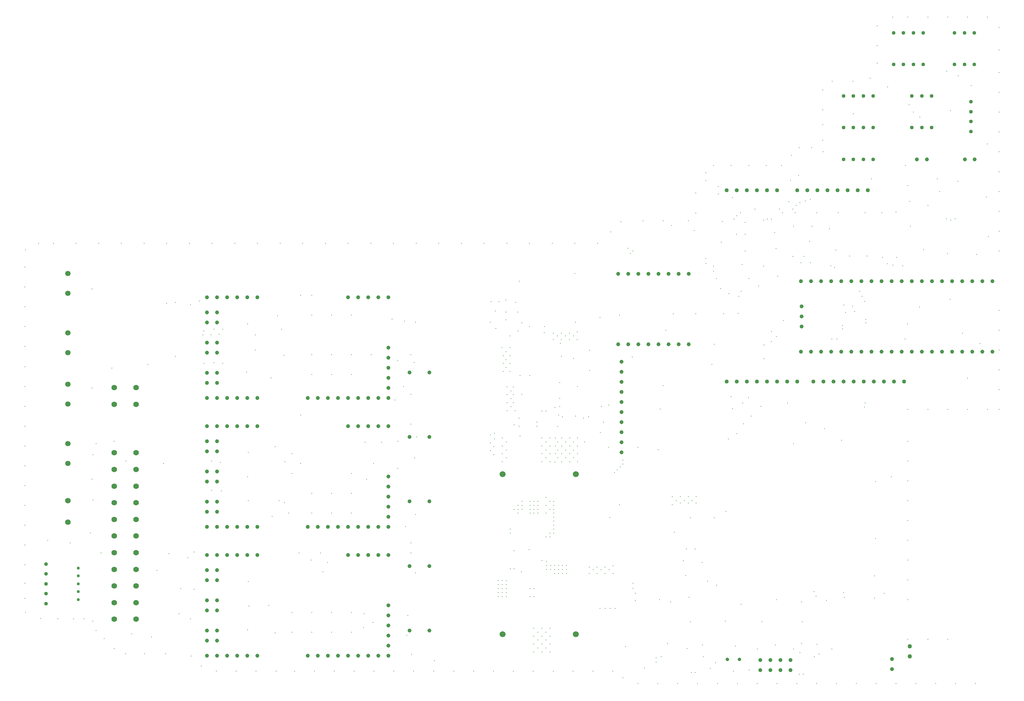
<source format=gbr>
%TF.GenerationSoftware,KiCad,Pcbnew,8.0.3+1*%
%TF.CreationDate,2024-07-23T19:13:49+00:00*%
%TF.ProjectId,OpenMowerMainboard,4f70656e-4d6f-4776-9572-4d61696e626f,rev?*%
%TF.SameCoordinates,Original*%
%TF.FileFunction,Plated,1,2,PTH,Drill*%
%TF.FilePolarity,Positive*%
%FSLAX46Y46*%
G04 Gerber Fmt 4.6, Leading zero omitted, Abs format (unit mm)*
G04 Created by KiCad (PCBNEW 8.0.3+1) date 2024-07-23 19:13:49*
%MOMM*%
%LPD*%
G01*
G04 APERTURE LIST*
%TA.AperFunction,ViaDrill*%
%ADD10C,0.300000*%
%TD*%
%TA.AperFunction,ComponentDrill*%
%ADD11C,0.750000*%
%TD*%
%TA.AperFunction,ComponentDrill*%
%ADD12C,0.900000*%
%TD*%
%TA.AperFunction,ComponentDrill*%
%ADD13C,0.950000*%
%TD*%
%TA.AperFunction,ComponentDrill*%
%ADD14C,1.000000*%
%TD*%
%TA.AperFunction,ComponentDrill*%
%ADD15C,1.016000*%
%TD*%
%TA.AperFunction,ComponentDrill*%
%ADD16C,1.100023*%
%TD*%
%TA.AperFunction,ComponentDrill*%
%ADD17C,1.350000*%
%TD*%
%TA.AperFunction,ComponentDrill*%
%ADD18C,1.400000*%
%TD*%
%TA.AperFunction,ComponentDrill*%
%ADD19C,1.500000*%
%TD*%
G04 APERTURE END LIST*
D10*
X55075000Y-63442090D03*
X55075000Y-68442090D03*
X55075000Y-73442090D03*
X55075000Y-78442090D03*
X55075000Y-83442090D03*
X55075000Y-88613000D03*
X55075000Y-93613000D03*
X55075000Y-98613000D03*
X55075000Y-103613000D03*
X55075000Y-108613000D03*
X55075000Y-113613000D03*
X55075000Y-118613000D03*
X55075000Y-123613000D03*
X55075000Y-128613000D03*
X55075000Y-133613000D03*
X55075000Y-138613000D03*
X55075000Y-143223000D03*
X55075000Y-147033000D03*
X55202000Y-59149000D03*
X55202000Y-150589000D03*
X58546000Y-57498000D03*
X59045000Y-152113000D03*
X60790000Y-132428000D03*
X62220000Y-57498000D03*
X63346000Y-152183000D03*
X66505000Y-133063000D03*
X67346000Y-152183000D03*
X67935000Y-57498000D03*
X69946000Y-152183000D03*
X71585000Y-130523000D03*
X72000000Y-69000000D03*
X72000000Y-94000000D03*
X72000000Y-117000000D03*
X72146000Y-152783000D03*
X72220000Y-110838000D03*
X72220000Y-122268000D03*
X72982000Y-155161000D03*
X73000000Y-108000000D03*
X73650000Y-57498000D03*
X74256000Y-135583000D03*
X75014000Y-157193000D03*
X77000000Y-89000000D03*
X77546000Y-107383000D03*
X77554000Y-159733000D03*
X79365000Y-57498000D03*
X80475000Y-161003000D03*
X80546000Y-112383000D03*
X81946000Y-155983000D03*
X85080000Y-57498000D03*
X85146000Y-160983000D03*
X86000000Y-88000000D03*
X86946000Y-156783000D03*
X88346000Y-139983000D03*
X90000000Y-113000000D03*
X90546000Y-160983000D03*
X90746000Y-72582500D03*
X90795000Y-57498000D03*
X91346000Y-135783000D03*
X92946000Y-72383000D03*
X93000000Y-86000000D03*
X93946000Y-150983000D03*
X94346000Y-144583000D03*
X96146000Y-136783000D03*
X96510000Y-57498000D03*
X96746000Y-72983000D03*
X96746000Y-152183000D03*
X96985000Y-161638000D03*
X97746000Y-135383000D03*
X97746000Y-144783000D03*
X99000000Y-72000000D03*
X99525000Y-164178000D03*
X99946000Y-80583000D03*
X100146000Y-79583000D03*
X100159861Y-87796861D03*
X101946000Y-80583000D03*
X102146000Y-112383000D03*
X102146000Y-119783000D03*
X102225000Y-57498000D03*
X102746000Y-79183000D03*
X102746000Y-87583000D03*
X103335000Y-165448000D03*
X103946000Y-80383000D03*
X104346000Y-112783000D03*
X104546000Y-119983000D03*
X104946000Y-79183000D03*
X104946000Y-87783000D03*
X107940000Y-57498000D03*
X108335000Y-165448000D03*
X110946000Y-89983000D03*
X111146000Y-77783000D03*
X111146000Y-116383000D03*
X111146000Y-154983000D03*
X111346000Y-110183000D03*
X111346000Y-122383000D03*
X111346000Y-142783000D03*
X111546000Y-148983000D03*
X113146000Y-80583000D03*
X113146000Y-84383000D03*
X113335000Y-165448000D03*
X113655000Y-57498000D03*
X116546000Y-148783000D03*
X117146000Y-91383000D03*
X117346000Y-126383000D03*
X118146000Y-108783000D03*
X118146000Y-155783000D03*
X118335000Y-165448000D03*
X118746000Y-75783000D03*
X119146000Y-122383000D03*
X119370000Y-57498000D03*
X119746000Y-79183000D03*
X120346000Y-85783000D03*
X120533667Y-122922844D03*
X120546000Y-112583000D03*
X121545010Y-125583000D03*
X122346000Y-110583000D03*
X122346000Y-115583000D03*
X122346000Y-150583000D03*
X122346000Y-155583000D03*
X123025000Y-165448000D03*
X124146000Y-135583000D03*
X124546000Y-70583000D03*
X124546000Y-100783000D03*
X124546000Y-112983000D03*
X125085000Y-57498000D03*
X127146000Y-137383000D03*
X127346000Y-70583000D03*
X127346000Y-75583000D03*
X127346000Y-85583000D03*
X127346000Y-90583000D03*
X127346000Y-120583000D03*
X127346000Y-125583000D03*
X127346000Y-150583000D03*
X127346000Y-155583000D03*
X128025000Y-165448000D03*
X129546000Y-135583000D03*
X130146000Y-140383000D03*
X130800000Y-57498000D03*
X131346000Y-137983000D03*
X132346000Y-75583000D03*
X132346000Y-85583000D03*
X132346000Y-90583000D03*
X132346000Y-120583000D03*
X132346000Y-125583000D03*
X132346000Y-150583000D03*
X132346000Y-155583000D03*
X133025000Y-165448000D03*
X136515000Y-57498000D03*
X137346000Y-75583000D03*
X137346000Y-85583000D03*
X137346000Y-90583000D03*
X137346000Y-115583000D03*
X137346000Y-120583000D03*
X137346000Y-125583000D03*
X137346000Y-150583000D03*
X137346000Y-155583000D03*
X138025000Y-165448000D03*
X140346000Y-154383000D03*
X140546000Y-150983000D03*
X140800000Y-107663000D03*
X141146000Y-116983000D03*
X142230000Y-57498000D03*
X142346000Y-85583000D03*
X142746000Y-153183000D03*
X142946000Y-112983000D03*
X143025000Y-165448000D03*
X144946000Y-107663000D03*
X147546000Y-76583000D03*
X147945000Y-57498000D03*
X148025000Y-165448000D03*
X148322400Y-96987800D03*
X148985998Y-87081800D03*
X148985998Y-107411000D03*
X148986000Y-114280177D03*
X150456000Y-93635000D03*
X150710000Y-77125000D03*
X150964000Y-128941000D03*
X151346000Y-156383000D03*
X151546000Y-151383000D03*
X152346000Y-85583000D03*
X152346000Y-95583000D03*
X152346000Y-103083000D03*
X152346000Y-133083000D03*
X152346000Y-135583000D03*
X152488000Y-161199000D03*
X153025000Y-165448000D03*
X153199200Y-87488200D03*
X153250000Y-111669000D03*
X153504000Y-77379000D03*
X153504000Y-125893000D03*
X153546000Y-140637500D03*
X153660000Y-57498000D03*
X153758000Y-106335000D03*
X158105000Y-165448000D03*
X158265000Y-162810000D03*
X159375000Y-57498000D03*
X163185000Y-165448000D03*
X165090000Y-57498000D03*
X168185000Y-165448000D03*
X170805000Y-57498000D03*
X172346000Y-77383000D03*
X172409500Y-105810000D03*
X172409500Y-107810000D03*
X172409500Y-109810000D03*
X172546000Y-72183000D03*
X173185000Y-165448000D03*
X173265000Y-108810000D03*
X173265000Y-110810000D03*
X173409500Y-105374800D03*
X173409500Y-106810000D03*
X173546000Y-74583000D03*
X173746000Y-78983000D03*
X174346000Y-142583000D03*
X174346000Y-143583000D03*
X174346000Y-144583000D03*
X174346000Y-145583000D03*
X174346000Y-146583000D03*
X174546000Y-72183000D03*
X175265000Y-83810000D03*
X175346000Y-106583000D03*
X175346000Y-108583000D03*
X175346000Y-110583000D03*
X175346000Y-112583000D03*
X175346000Y-142583000D03*
X175346000Y-143583000D03*
X175346000Y-144583000D03*
X175346000Y-145583000D03*
X175346000Y-146583000D03*
X175647000Y-85810000D03*
X175647000Y-87810000D03*
X175647000Y-89810000D03*
X176265000Y-71810000D03*
X176265000Y-74810000D03*
X176265000Y-76810000D03*
X176265000Y-84810000D03*
X176265000Y-86810000D03*
X176265000Y-88810000D03*
X176346000Y-107583000D03*
X176346000Y-109583000D03*
X176346000Y-111583000D03*
X176346000Y-142583000D03*
X176346000Y-143583000D03*
X176346000Y-144583000D03*
X176346000Y-145583000D03*
X176346000Y-146583000D03*
X176520000Y-57498000D03*
X176531600Y-93685800D03*
X176531600Y-95685800D03*
X176531600Y-97685800D03*
X176531600Y-99685800D03*
X177265000Y-80810000D03*
X177265000Y-83810000D03*
X177265000Y-85810000D03*
X177265000Y-87810000D03*
X177265000Y-89810000D03*
X177346000Y-129583000D03*
X177346000Y-130583000D03*
X177346000Y-139583000D03*
X177531600Y-94685800D03*
X177531600Y-96685800D03*
X177531600Y-98685800D03*
X178149600Y-93685800D03*
X178149600Y-95685800D03*
X178149600Y-97685800D03*
X178185000Y-165448000D03*
X178346000Y-103232500D03*
X178346000Y-124583000D03*
X178346000Y-134983000D03*
X178346000Y-139583000D03*
X178531600Y-99685800D03*
X178746000Y-72383000D03*
X179265000Y-74810000D03*
X179346000Y-79583000D03*
X179346000Y-123583000D03*
X179346000Y-124583000D03*
X179346000Y-125583000D03*
X179596000Y-101583000D03*
X179596000Y-103583000D03*
X179695000Y-67023000D03*
X179830977Y-90803841D03*
X179846000Y-106083000D03*
X180146000Y-140383000D03*
X180247997Y-95583500D03*
X180292730Y-77508713D03*
X180346000Y-122583000D03*
X180346000Y-123583000D03*
X180346000Y-124583000D03*
X182162800Y-134783000D03*
X182235000Y-57498000D03*
X182235000Y-78453000D03*
X182265000Y-90810000D03*
X182346000Y-122583000D03*
X182346000Y-123583000D03*
X182346000Y-124583000D03*
X182346000Y-125583000D03*
X182346000Y-144583000D03*
X182346000Y-146583000D03*
X183185000Y-165448000D03*
X183346000Y-122583000D03*
X183346000Y-123583000D03*
X183346000Y-124583000D03*
X183346000Y-125583000D03*
X183346000Y-144583000D03*
X183346000Y-146583000D03*
X183346000Y-154583000D03*
X183346000Y-156583000D03*
X183346000Y-158583000D03*
X183346000Y-160583000D03*
X184095500Y-102583000D03*
X184096000Y-103583000D03*
X184346000Y-122583000D03*
X184346000Y-123583000D03*
X184346000Y-124583000D03*
X184346000Y-125583000D03*
X184346000Y-155583000D03*
X184346000Y-157583000D03*
X184346000Y-159583000D03*
X185346000Y-99833000D03*
X185346000Y-106583000D03*
X185346000Y-108583000D03*
X185346000Y-110583000D03*
X185346000Y-112583000D03*
X185346000Y-137483000D03*
X185346000Y-154583000D03*
X185346000Y-156583000D03*
X185346000Y-158583000D03*
X185346000Y-160583000D03*
X185946000Y-79983000D03*
X186045000Y-78453000D03*
X186346000Y-99833000D03*
X186346000Y-107583000D03*
X186346000Y-109583000D03*
X186346000Y-111583000D03*
X186346000Y-121583000D03*
X186346000Y-123583000D03*
X186346000Y-125583000D03*
X186346000Y-131583000D03*
X186346000Y-155583000D03*
X186346000Y-157583000D03*
X186346000Y-159583000D03*
X186546000Y-137783000D03*
X186546000Y-138783000D03*
X186546000Y-139783000D03*
X187346000Y-106583000D03*
X187346000Y-108583000D03*
X187346000Y-110583000D03*
X187346000Y-112583000D03*
X187346000Y-122583000D03*
X187346000Y-124583000D03*
X187346000Y-130583000D03*
X187346000Y-131583000D03*
X187346000Y-154583000D03*
X187346000Y-156583000D03*
X187346000Y-158583000D03*
X187346000Y-160583000D03*
X187546000Y-138783000D03*
X187546000Y-139783000D03*
X187950000Y-57498000D03*
X188185000Y-165448000D03*
X188265000Y-80192000D03*
X188265000Y-81810000D03*
X188346000Y-122583000D03*
X188346000Y-123583000D03*
X188346000Y-124583000D03*
X188346000Y-125583000D03*
X188346000Y-126583000D03*
X188346000Y-127583000D03*
X188346000Y-128583000D03*
X188346000Y-129583000D03*
X188346000Y-130583000D03*
X188546000Y-138783000D03*
X188546000Y-139783000D03*
X188546000Y-140783000D03*
X188636734Y-98873734D03*
X188650301Y-112639343D03*
X188695500Y-106583000D03*
X188695500Y-108583000D03*
X188695500Y-110583000D03*
X189265000Y-80810000D03*
X189346000Y-103732500D03*
X189346000Y-107583000D03*
X189346000Y-109583000D03*
X189346000Y-111583000D03*
X189546000Y-138783000D03*
X189546000Y-139783000D03*
X189546000Y-140783000D03*
X189596000Y-100833000D03*
X189846000Y-92583000D03*
X189846000Y-96583000D03*
X189846000Y-98583000D03*
X189986000Y-82713000D03*
X190240000Y-86015000D03*
X190265000Y-80192000D03*
X190265000Y-81810000D03*
X190346000Y-106583000D03*
X190346000Y-108583000D03*
X190346000Y-110583000D03*
X190346000Y-112583000D03*
X190521250Y-101258250D03*
X190546000Y-138783000D03*
X190546000Y-139783000D03*
X190546000Y-140783000D03*
X191265000Y-80810000D03*
X191346000Y-107583000D03*
X191346000Y-109583000D03*
X191346000Y-111583000D03*
X191546000Y-138783000D03*
X191546000Y-139783000D03*
X191546000Y-140783000D03*
X192265000Y-80192000D03*
X192265000Y-81810000D03*
X192346000Y-106583000D03*
X192346000Y-108583000D03*
X192346000Y-110583000D03*
X192346000Y-112583000D03*
X193185000Y-165448000D03*
X193265000Y-80810000D03*
X193288000Y-86523000D03*
X193346000Y-107583000D03*
X193346000Y-109583000D03*
X193346000Y-111583000D03*
X193665000Y-57498000D03*
X193665000Y-65118000D03*
X193796000Y-77379000D03*
X193846000Y-101083000D03*
X194265000Y-79810000D03*
X194265000Y-81810000D03*
X194346000Y-93583000D03*
X194346000Y-106583000D03*
X194346000Y-108583000D03*
X194346000Y-110583000D03*
X194346000Y-112583000D03*
X195846000Y-101583000D03*
X196096000Y-107583000D03*
X197098000Y-101223800D03*
X197265000Y-139192000D03*
X197265000Y-140810000D03*
X197346000Y-89583000D03*
X197352000Y-84491000D03*
X198185000Y-165448000D03*
X198265000Y-139810000D03*
X199265000Y-139192000D03*
X199265000Y-140810000D03*
X199380000Y-57498000D03*
X199969911Y-76159089D03*
X200015000Y-149573000D03*
X200098000Y-105207300D03*
X200265000Y-139810000D03*
X200346000Y-98583000D03*
X200846000Y-102583000D03*
X201265000Y-139192000D03*
X201265000Y-140810000D03*
X201285000Y-149573000D03*
X202146000Y-108983000D03*
X202228800Y-98257800D03*
X202265000Y-139810000D03*
X202432000Y-126655000D03*
X202555000Y-149573000D03*
X202682000Y-54577000D03*
X203185000Y-165448000D03*
X203265000Y-138810000D03*
X203265000Y-140810000D03*
X203646000Y-115283000D03*
X203825000Y-149573000D03*
X204346000Y-114583000D03*
X204946000Y-75583000D03*
X204946000Y-123383000D03*
X205046000Y-113883000D03*
X205222000Y-52037000D03*
X205730000Y-167099000D03*
X205746000Y-112183000D03*
X205746000Y-113183000D03*
X206446000Y-159225000D03*
X207000000Y-58768000D03*
X207635000Y-60038000D03*
X208146000Y-86183000D03*
X208270000Y-59403000D03*
X208270000Y-143223000D03*
X208270000Y-144493000D03*
X208905000Y-145763000D03*
X208905000Y-147668000D03*
X209540000Y-108933000D03*
X209587832Y-168591418D03*
X210810000Y-51783000D03*
X211191000Y-164686000D03*
X214112000Y-162019000D03*
X214112000Y-163162000D03*
X214587832Y-168591418D03*
X214620000Y-109568000D03*
X214990000Y-147393000D03*
X215128000Y-99281000D03*
X215382000Y-161765000D03*
X215890000Y-51783000D03*
X215946000Y-93383000D03*
X216590000Y-79393000D03*
X216990000Y-158393000D03*
X217790000Y-147993000D03*
X218000000Y-53000000D03*
X218224000Y-121395000D03*
X218224000Y-123395000D03*
X218430000Y-75278000D03*
X218684000Y-130370600D03*
X219224000Y-122395000D03*
X219587832Y-168591418D03*
X220224000Y-121395000D03*
X220224000Y-123013000D03*
X220990000Y-137593000D03*
X221224000Y-122395000D03*
X221605000Y-141318000D03*
X221793199Y-134596199D03*
X221884400Y-159783800D03*
X222224000Y-121395000D03*
X222224000Y-123013000D03*
X222240000Y-51783000D03*
X222390000Y-146793000D03*
X222748000Y-126713000D03*
X222790000Y-152993000D03*
X222990000Y-165793000D03*
X223224000Y-122395000D03*
X223730000Y-54253000D03*
X223958001Y-134596199D03*
X223990000Y-165793000D03*
X224145000Y-44798000D03*
X224145000Y-49878000D03*
X224145000Y-75278000D03*
X224224000Y-121395000D03*
X224224000Y-123013000D03*
X224587832Y-168591418D03*
X225690000Y-137993000D03*
X225796000Y-158793000D03*
X226050000Y-161765000D03*
X226685000Y-39718000D03*
X226685000Y-41623000D03*
X226685000Y-61308000D03*
X226685000Y-62578000D03*
X227098000Y-142715000D03*
X227726400Y-164711400D03*
X228190000Y-87993000D03*
X228590000Y-37813000D03*
X228590000Y-63213000D03*
X228590000Y-64483000D03*
X228746000Y-82983000D03*
X228793200Y-126763800D03*
X229098000Y-163289000D03*
X229373000Y-143710000D03*
X229390000Y-66388000D03*
X229587832Y-168591418D03*
X229790000Y-43193000D03*
X229820814Y-44993000D03*
X230390000Y-68928000D03*
X230590000Y-57193000D03*
X230790000Y-51993000D03*
X231130000Y-75278000D03*
X231552411Y-152830589D03*
X231739600Y-125138200D03*
X232316256Y-106828927D03*
X232546000Y-70183000D03*
X232999500Y-96193000D03*
X233035000Y-37813000D03*
X233390000Y-45993000D03*
X233390000Y-99193000D03*
X233590000Y-165393000D03*
X233790000Y-51393000D03*
X234124575Y-159038300D03*
X234390000Y-55193000D03*
X234432000Y-105478600D03*
X234465500Y-50556365D03*
X234587832Y-168591418D03*
X234790000Y-75193000D03*
X234940000Y-70833000D03*
X235390000Y-49793000D03*
X235575000Y-69563000D03*
X235590000Y-148591003D03*
X235790000Y-62793000D03*
X235990000Y-97793000D03*
X236170359Y-103004569D03*
X236590000Y-52193000D03*
X236590000Y-55193000D03*
X236590000Y-59393000D03*
X237390000Y-96393000D03*
X237480000Y-37813000D03*
X237480000Y-66388000D03*
X237590000Y-165193000D03*
X238070966Y-101074216D03*
X238990000Y-48793000D03*
X239587832Y-168591418D03*
X239590000Y-159793000D03*
X239990000Y-68193000D03*
X240590000Y-98593000D03*
X240790000Y-152993000D03*
X241190000Y-51593000D03*
X241190000Y-63193000D03*
X241290000Y-83093000D03*
X241325500Y-86597011D03*
X241925000Y-37813000D03*
X242190000Y-51393000D03*
X243190000Y-51393000D03*
X243195000Y-79723000D03*
X243195000Y-82263000D03*
X243990000Y-54793000D03*
X244190000Y-158793000D03*
X244390000Y-58793000D03*
X244465000Y-80993000D03*
X244465000Y-147414000D03*
X244587832Y-168591418D03*
X244790000Y-65793000D03*
X245190000Y-48793000D03*
X245735000Y-37813000D03*
X245990000Y-49793000D03*
X246185123Y-76943967D03*
X247259003Y-97743990D03*
X247590000Y-46993000D03*
X247990000Y-41593000D03*
X248275000Y-35273000D03*
X248590000Y-48793000D03*
X248590000Y-60793000D03*
X248790000Y-53193000D03*
X248790000Y-107993000D03*
X248790000Y-159793000D03*
X249190000Y-49793000D03*
X249440500Y-47911023D03*
X249587832Y-168591418D03*
X249990000Y-40393000D03*
X250180000Y-33368000D03*
X250188058Y-166193208D03*
X250390000Y-47193000D03*
X250390000Y-160793000D03*
X250590000Y-62392500D03*
X250790000Y-147993000D03*
X250790000Y-158393000D03*
X250990000Y-152993000D03*
X251190000Y-166193000D03*
X251390000Y-60793000D03*
X251766089Y-46769089D03*
X251790000Y-102793000D03*
X252790000Y-56993000D03*
X252990000Y-46393000D03*
X252990000Y-62392500D03*
X253355000Y-33368000D03*
X253390000Y-53193000D03*
X253939200Y-145342500D03*
X253990000Y-161793000D03*
X254396400Y-146575800D03*
X254587832Y-168591418D03*
X254590000Y-49751000D03*
X254650400Y-158615400D03*
X255190000Y-161104600D03*
X256165000Y-18793000D03*
X256165000Y-23793000D03*
X256165000Y-27510000D03*
X256165000Y-31510000D03*
X256190000Y-34393000D03*
X256590000Y-104193000D03*
X257038002Y-147593000D03*
X257790000Y-53793000D03*
X258190000Y-63177500D03*
X258390000Y-159793000D03*
X258435000Y-81628000D03*
X258465000Y-16610000D03*
X259070000Y-63593000D03*
X259390000Y-59193000D03*
X259587832Y-168591418D03*
X259705000Y-81628000D03*
X259990000Y-49793000D03*
X260890000Y-107193000D03*
X261120752Y-78246826D03*
X261127400Y-79088000D03*
X261390000Y-145593000D03*
X261427755Y-73009223D03*
X261590000Y-146793000D03*
X261864000Y-74897000D03*
X262880000Y-60673000D03*
X263621411Y-73266589D03*
X263765000Y-16610000D03*
X263790000Y-24793000D03*
X264150000Y-74643000D03*
X264587832Y-168591418D03*
X265420000Y-69563000D03*
X266055000Y-70833000D03*
X266590000Y-98793000D03*
X266690000Y-72103000D03*
X266790000Y-49793000D03*
X266790000Y-97793000D03*
X266944000Y-76725800D03*
X266944000Y-77538600D03*
X267325000Y-60673000D03*
X268065000Y-15810000D03*
X268390000Y-41193000D03*
X269190000Y-141393000D03*
X269190000Y-146993000D03*
X269390000Y-117593000D03*
X269390000Y-131993000D03*
X269587832Y-168591418D03*
X269865000Y-2610000D03*
X269865000Y-7610000D03*
X269865000Y-12010000D03*
X270990000Y-49793000D03*
X271190000Y-60993000D03*
X271590000Y-145793000D03*
X272405000Y-62593000D03*
X272465000Y-18010000D03*
X273390000Y-116393000D03*
X273765000Y-393000D03*
X273802000Y-62959000D03*
X274587832Y-168591418D03*
X274590000Y-49593000D03*
X274790000Y-60993000D03*
X276291200Y-63162200D03*
X276850000Y-81628000D03*
X276990000Y-37793000D03*
X277430622Y-77805800D03*
X277590000Y-393000D03*
X277590000Y-42893000D03*
X277590000Y-99393000D03*
X277590000Y-107393000D03*
X277590000Y-112393000D03*
X277590000Y-117393000D03*
X277590000Y-122393000D03*
X277590000Y-127393000D03*
X277590000Y-132393000D03*
X277590000Y-137393000D03*
X277590000Y-142393000D03*
X277590000Y-147393000D03*
X277590000Y-157393000D03*
X277890000Y-22493000D03*
X278090000Y-46893000D03*
X278190000Y-53193000D03*
X278990000Y-24393000D03*
X279587832Y-168591418D03*
X280533235Y-73536235D03*
X280590000Y-25593000D03*
X281510000Y-59113000D03*
X282590000Y-393000D03*
X282590000Y-47893000D03*
X282590000Y-99393000D03*
X282590000Y-157393000D03*
X284587832Y-168591418D03*
X284990000Y-41193000D03*
X285590000Y-44393000D03*
X287310000Y-51313000D03*
X287336000Y-13993000D03*
X287510000Y-60113000D03*
X287590000Y-393000D03*
X287590000Y-99393000D03*
X287590000Y-157393000D03*
X288190000Y-71593000D03*
X288265000Y-24010000D03*
X288390000Y-51593000D03*
X289510000Y-51313000D03*
X289587832Y-168591418D03*
X290190000Y-41793000D03*
X290236000Y-15193000D03*
X291390000Y-80193000D03*
X292590000Y-393000D03*
X292590000Y-99393000D03*
X292598000Y-91508600D03*
X293565000Y-17710000D03*
X294587832Y-168591418D03*
X294910000Y-60263500D03*
X295790000Y-82793000D03*
X297390000Y-45793000D03*
X297590000Y-393000D03*
X297590000Y-32393000D03*
X297590000Y-99393000D03*
X297910000Y-55793000D03*
X300565000Y-8710000D03*
X300590000Y-2993000D03*
X300590000Y-14393000D03*
X300590000Y-19393000D03*
X300590000Y-24393000D03*
X300590000Y-29393000D03*
X300590000Y-34393000D03*
X300590000Y-39393000D03*
X300590000Y-44393000D03*
X300590000Y-49393000D03*
X300590000Y-54393000D03*
X300590000Y-59393000D03*
X300590000Y-74393000D03*
X300590000Y-79393000D03*
X300590000Y-84393000D03*
X300590000Y-89393000D03*
X300590000Y-94393000D03*
X300590000Y-99393000D03*
D11*
%TO.C,J10*%
X68541000Y-139387000D03*
X68541000Y-141387000D03*
X68541000Y-143387000D03*
X68541000Y-145387000D03*
X68541000Y-147387000D03*
D12*
%TO.C,SW1*%
X232090000Y-162490500D03*
X235090000Y-162490500D03*
D13*
%TO.C,J4*%
X60346000Y-138383000D03*
X60346000Y-140883000D03*
X60346000Y-143383000D03*
X60346000Y-145883000D03*
X60346000Y-148383000D03*
%TO.C,J7*%
X261340000Y-20328000D03*
%TO.C,J8*%
X261340000Y-28295500D03*
%TO.C,J9*%
X261340000Y-36263000D03*
%TO.C,J7*%
X263840000Y-20328000D03*
%TO.C,J8*%
X263840000Y-28295500D03*
%TO.C,J9*%
X263840000Y-36263000D03*
%TO.C,J7*%
X266340000Y-20328000D03*
%TO.C,J8*%
X266340000Y-28295500D03*
%TO.C,J9*%
X266340000Y-36263000D03*
%TO.C,J7*%
X268840000Y-20328000D03*
%TO.C,J8*%
X268840000Y-28295500D03*
%TO.C,J9*%
X268840000Y-36263000D03*
%TO.C,J5*%
X273965000Y-4393000D03*
%TO.C,J6*%
X273965000Y-12360500D03*
%TO.C,J5*%
X276465000Y-4393000D03*
%TO.C,J6*%
X276465000Y-12360500D03*
%TO.C,J13*%
X278590000Y-20328000D03*
%TO.C,J14*%
X278590000Y-28295500D03*
%TO.C,J5*%
X278965000Y-4393000D03*
%TO.C,J6*%
X278965000Y-12360500D03*
%TO.C,J13*%
X281090000Y-20328000D03*
%TO.C,J14*%
X281090000Y-28295500D03*
%TO.C,J5*%
X281465000Y-4393000D03*
%TO.C,J6*%
X281465000Y-12360500D03*
%TO.C,J13*%
X283590000Y-20328000D03*
%TO.C,J14*%
X283590000Y-28295500D03*
%TO.C,J11*%
X289336000Y-4393000D03*
%TO.C,J12*%
X289336000Y-12360500D03*
%TO.C,J11*%
X291836000Y-4393000D03*
%TO.C,J12*%
X291836000Y-12360500D03*
%TO.C,J19*%
X293460000Y-21745500D03*
X293460000Y-24245500D03*
X293460000Y-26745500D03*
X293460000Y-29245500D03*
%TO.C,J11*%
X294336000Y-4393000D03*
%TO.C,J12*%
X294336000Y-12360500D03*
D14*
%TO.C,U6*%
X100941000Y-71123000D03*
X100941000Y-74933000D03*
X100941000Y-77473000D03*
X100941000Y-82553000D03*
X100941000Y-85093000D03*
X100941000Y-90173000D03*
X100941000Y-92713000D03*
X100941000Y-96523000D03*
%TO.C,U5*%
X100941000Y-103623000D03*
X100941000Y-107433000D03*
X100941000Y-109973000D03*
X100941000Y-115053000D03*
X100941000Y-117593000D03*
X100941000Y-122673000D03*
X100941000Y-125213000D03*
X100941000Y-129023000D03*
%TO.C,U4*%
X100941000Y-136123000D03*
X100941000Y-139933000D03*
X100941000Y-142473000D03*
X100941000Y-147553000D03*
X100941000Y-150093000D03*
X100941000Y-155173000D03*
X100941000Y-157713000D03*
X100941000Y-161523000D03*
%TO.C,U6*%
X103481000Y-71123000D03*
X103481000Y-74933000D03*
X103481000Y-77473000D03*
X103481000Y-82553000D03*
X103481000Y-85093000D03*
X103481000Y-90173000D03*
X103481000Y-92713000D03*
X103481000Y-96523000D03*
%TO.C,U5*%
X103481000Y-103623000D03*
X103481000Y-107433000D03*
X103481000Y-109973000D03*
X103481000Y-115053000D03*
X103481000Y-117593000D03*
X103481000Y-122673000D03*
X103481000Y-125213000D03*
X103481000Y-129023000D03*
%TO.C,U4*%
X103481000Y-136123000D03*
X103481000Y-139933000D03*
X103481000Y-142473000D03*
X103481000Y-147553000D03*
X103481000Y-150093000D03*
X103481000Y-155173000D03*
X103481000Y-157713000D03*
X103481000Y-161523000D03*
%TO.C,U6*%
X106021000Y-71123000D03*
X106021000Y-96523000D03*
%TO.C,U5*%
X106021000Y-103623000D03*
X106021000Y-129023000D03*
%TO.C,U4*%
X106021000Y-136123000D03*
X106021000Y-161523000D03*
%TO.C,U6*%
X108561000Y-71123000D03*
X108561000Y-96523000D03*
%TO.C,U5*%
X108561000Y-103623000D03*
X108561000Y-129023000D03*
%TO.C,U4*%
X108561000Y-136123000D03*
X108561000Y-161523000D03*
%TO.C,U6*%
X111101000Y-71123000D03*
X111101000Y-96523000D03*
%TO.C,U5*%
X111101000Y-103623000D03*
X111101000Y-129023000D03*
%TO.C,U4*%
X111101000Y-136123000D03*
X111101000Y-161523000D03*
%TO.C,U6*%
X113641000Y-71123000D03*
X113641000Y-96523000D03*
%TO.C,U5*%
X113641000Y-103623000D03*
X113641000Y-129023000D03*
%TO.C,U4*%
X113641000Y-136123000D03*
X113641000Y-161523000D03*
%TO.C,U6*%
X126341000Y-96523000D03*
%TO.C,U5*%
X126341000Y-129023000D03*
%TO.C,U4*%
X126341000Y-161523000D03*
%TO.C,U6*%
X128881000Y-96523000D03*
%TO.C,U5*%
X128881000Y-129023000D03*
%TO.C,U4*%
X128881000Y-161523000D03*
%TO.C,U6*%
X131421000Y-96523000D03*
%TO.C,U5*%
X131421000Y-129023000D03*
%TO.C,U4*%
X131421000Y-161523000D03*
%TO.C,U6*%
X133961000Y-96523000D03*
%TO.C,U5*%
X133961000Y-129023000D03*
%TO.C,U4*%
X133961000Y-161523000D03*
%TO.C,U6*%
X136501000Y-71123000D03*
X136501000Y-96523000D03*
%TO.C,U5*%
X136501000Y-103623000D03*
X136501000Y-129023000D03*
%TO.C,U4*%
X136501000Y-136123000D03*
X136501000Y-161523000D03*
%TO.C,U6*%
X139041000Y-71123000D03*
X139041000Y-96523000D03*
%TO.C,U5*%
X139041000Y-103623000D03*
X139041000Y-129023000D03*
%TO.C,U4*%
X139041000Y-136123000D03*
X139041000Y-161523000D03*
%TO.C,U6*%
X141581000Y-71123000D03*
X141581000Y-96523000D03*
%TO.C,U5*%
X141581000Y-103623000D03*
X141581000Y-129023000D03*
%TO.C,U4*%
X141581000Y-136123000D03*
X141581000Y-161523000D03*
%TO.C,U6*%
X144121000Y-71123000D03*
X144121000Y-96523000D03*
%TO.C,U5*%
X144121000Y-103623000D03*
X144121000Y-129023000D03*
%TO.C,U4*%
X144121000Y-136123000D03*
X144121000Y-161523000D03*
%TO.C,U6*%
X146661000Y-71123000D03*
X146661000Y-83823000D03*
X146661000Y-86363000D03*
X146661000Y-88903000D03*
X146661000Y-91443000D03*
X146661000Y-93983000D03*
X146661000Y-96523000D03*
%TO.C,U5*%
X146661000Y-103623000D03*
X146661000Y-116323000D03*
X146661000Y-118863000D03*
X146661000Y-121403000D03*
X146661000Y-123943000D03*
X146661000Y-126483000D03*
X146661000Y-129023000D03*
%TO.C,U4*%
X146661000Y-136123000D03*
X146661000Y-148823000D03*
X146661000Y-151363000D03*
X146661000Y-153903000D03*
X146661000Y-156443000D03*
X146661000Y-158983000D03*
X146661000Y-161523000D03*
%TO.C,C8*%
X151958400Y-90079000D03*
%TO.C,C3*%
X151958400Y-106347995D03*
%TO.C,C7*%
X151958400Y-122616990D03*
%TO.C,C6*%
X151958400Y-138885985D03*
%TO.C,C2*%
X151958400Y-155154980D03*
%TO.C,C8*%
X156958400Y-90079000D03*
%TO.C,C3*%
X156958400Y-106347995D03*
%TO.C,C7*%
X156958400Y-122616990D03*
%TO.C,C6*%
X156958400Y-138885985D03*
%TO.C,C2*%
X156958400Y-155154980D03*
%TO.C,J16*%
X204565000Y-65146000D03*
%TO.C,J23*%
X204565000Y-82926000D03*
%TO.C,J20*%
X205429200Y-87330800D03*
X205429200Y-89870800D03*
X205429200Y-92410800D03*
X205429200Y-94950800D03*
X205429200Y-97490800D03*
X205429200Y-100030800D03*
X205429200Y-102570800D03*
X205429200Y-105110800D03*
X205429200Y-107650800D03*
X205429200Y-110190800D03*
%TO.C,J16*%
X207105000Y-65146000D03*
%TO.C,J23*%
X207105000Y-82926000D03*
%TO.C,J16*%
X209645000Y-65146000D03*
%TO.C,J23*%
X209645000Y-82926000D03*
%TO.C,J16*%
X212185000Y-65146000D03*
%TO.C,J23*%
X212185000Y-82926000D03*
%TO.C,J16*%
X214725000Y-65146000D03*
%TO.C,J23*%
X214725000Y-82926000D03*
%TO.C,J16*%
X217265000Y-65146000D03*
%TO.C,J23*%
X217265000Y-82926000D03*
%TO.C,J16*%
X219805000Y-65146000D03*
%TO.C,J23*%
X219805000Y-82926000D03*
%TO.C,J16*%
X222345000Y-65146000D03*
%TO.C,J23*%
X222345000Y-82926000D03*
%TO.C,J22*%
X240390000Y-162653000D03*
X240390000Y-165193000D03*
X242930000Y-162653000D03*
X242930000Y-165193000D03*
X245470000Y-162653000D03*
X245470000Y-165193000D03*
X248010000Y-162653000D03*
X248010000Y-165193000D03*
%TO.C,U11*%
X250596544Y-67065104D03*
X250596544Y-84845104D03*
X250826544Y-73415104D03*
X250826544Y-75955104D03*
X250826544Y-78495104D03*
X253136544Y-67065104D03*
X253136544Y-84845104D03*
X255676544Y-67065104D03*
X255676544Y-84845104D03*
X258216544Y-67065104D03*
X258216544Y-84845104D03*
X260756544Y-67065104D03*
X260756544Y-84845104D03*
X263296544Y-67065104D03*
X263296544Y-84845104D03*
X265836544Y-67065104D03*
X265836544Y-84845104D03*
X268376544Y-67065104D03*
X268376544Y-84845104D03*
X270916544Y-67065104D03*
X270916544Y-84845104D03*
X273456544Y-67065104D03*
X273456544Y-84845104D03*
%TO.C,M1*%
X273590000Y-162393000D03*
X273590000Y-164933000D03*
%TO.C,U11*%
X275996544Y-67065104D03*
X275996544Y-84845104D03*
X278536544Y-67065104D03*
X278536544Y-84845104D03*
%TO.C,J17*%
X279840000Y-36263000D03*
%TO.C,U11*%
X281076544Y-67065104D03*
X281076544Y-84845104D03*
%TO.C,J17*%
X282340000Y-36263000D03*
%TO.C,U11*%
X283616544Y-67065104D03*
X283616544Y-84845104D03*
X286156544Y-67065104D03*
X286156544Y-84845104D03*
X288696544Y-67065104D03*
X288696544Y-84845104D03*
X291236544Y-67065104D03*
X291236544Y-84845104D03*
%TO.C,J18*%
X291910000Y-36263000D03*
%TO.C,U11*%
X293776544Y-67065104D03*
X293776544Y-84845104D03*
%TO.C,J18*%
X294410000Y-36263000D03*
%TO.C,U11*%
X296316544Y-67065104D03*
X296316544Y-84845104D03*
X298856544Y-67065104D03*
X298856544Y-84845104D03*
D15*
%TO.C,XA1*%
X231890000Y-44133000D03*
X231890000Y-92393000D03*
X234430000Y-44133000D03*
X234430000Y-92393000D03*
X236970000Y-44133000D03*
X236970000Y-92393000D03*
X239510000Y-44133000D03*
X239510000Y-92393000D03*
X242050000Y-44133000D03*
X242050000Y-92393000D03*
X244590000Y-44133000D03*
X244590000Y-92393000D03*
X247130000Y-92393000D03*
X249670000Y-44133000D03*
X249670000Y-92393000D03*
X252210000Y-44133000D03*
X253734000Y-92393000D03*
X254750000Y-44133000D03*
X256274000Y-92393000D03*
X257290000Y-44133000D03*
X258814000Y-92393000D03*
X259830000Y-44133000D03*
X261354000Y-92393000D03*
X262370000Y-44133000D03*
X263894000Y-92393000D03*
X264910000Y-44133000D03*
X266434000Y-92393000D03*
X267450000Y-44133000D03*
X268974000Y-92393000D03*
X271514000Y-92393000D03*
X274054000Y-92393000D03*
X276594000Y-92393000D03*
D16*
%TO.C,SW2*%
X278069200Y-159123400D03*
X278069200Y-161663400D03*
D17*
%TO.C,F4*%
X65900000Y-65100000D03*
X65900000Y-70100000D03*
X65900000Y-80100000D03*
X65900000Y-85100000D03*
%TO.C,F2*%
X65900000Y-93000000D03*
X65900000Y-98000000D03*
X65900000Y-108000000D03*
X65900000Y-113000000D03*
D18*
%TO.C,J3*%
X65900000Y-122369000D03*
X65900000Y-127869000D03*
%TO.C,J51*%
X77546000Y-93900000D03*
X77546000Y-98100000D03*
%TO.C,J1*%
X77596000Y-110333000D03*
X77596000Y-114533000D03*
X77596000Y-118733000D03*
X77596000Y-122933000D03*
X77596000Y-127133000D03*
X77596000Y-131333000D03*
X77596000Y-135533000D03*
X77596000Y-139733000D03*
X77596000Y-143933000D03*
X77596000Y-148133000D03*
X77596000Y-152333000D03*
%TO.C,J51*%
X83046000Y-93900000D03*
X83046000Y-98100000D03*
%TO.C,J1*%
X83096000Y-110333000D03*
X83096000Y-114533000D03*
X83096000Y-118733000D03*
X83096000Y-122933000D03*
X83096000Y-127133000D03*
X83096000Y-131333000D03*
X83096000Y-135533000D03*
X83096000Y-139733000D03*
X83096000Y-143933000D03*
X83096000Y-148133000D03*
X83096000Y-152333000D03*
D19*
%TO.C,U1*%
X175470000Y-115733000D03*
X175470000Y-156133000D03*
X193870000Y-115733000D03*
X193870000Y-156133000D03*
M02*

</source>
